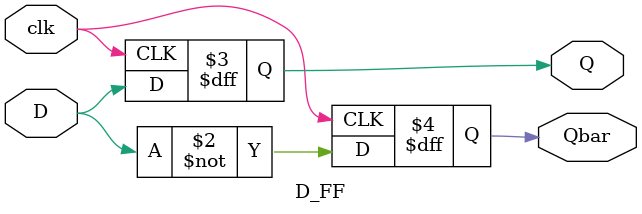
<source format=v>
`timescale 1ns / 1ps
module D_FF(D,clk,Q,Qbar
    );
input D,clk;
output reg Q,Qbar;

always@(posedge clk)
	begin
		Q<=D;
		Qbar<=~D;
	end

endmodule

</source>
